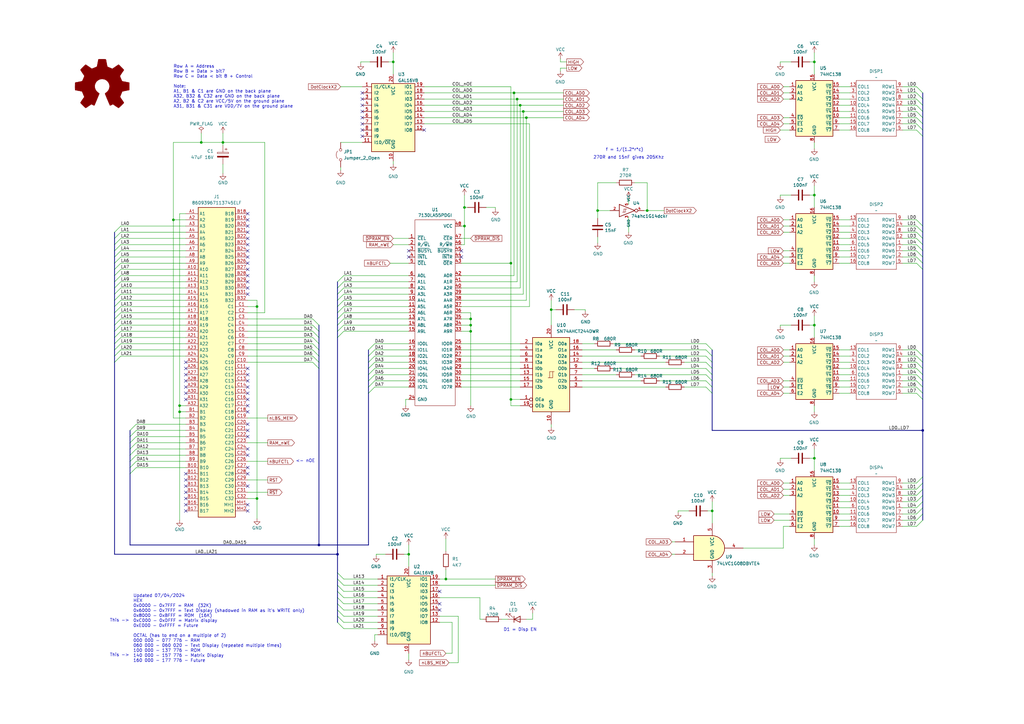
<source format=kicad_sch>
(kicad_sch (version 20231120) (generator "eeschema") (generator_version "8.0")
  (paper "A3")
  (junction (at 334.01 133.35))
  (junction (at 215.9 48.26))
  (junction (at 182.88 237.49))
  (junction (at 378.46 176.53))
  (junction (at 73.66 166.37))
  (junction (at 214.63 45.72))
  (junction (at 105.41 125.73))
  (junction (at 334.01 187.96))
  (junction (at 161.29 25.4))
  (junction (at 167.64 227.33))
  (junction (at 245.11 86.36))
  (junction (at 213.36 43.18))
  (junction (at 193.04 130.81))
  (junction (at 71.12 90.17))
  (junction (at 82.55 58.42))
  (junction (at 292.1 209.55))
  (junction (at 226.06 127))
  (junction (at 73.66 168.91))
  (junction (at 209.55 163.83))
  (junction (at 212.09 40.64))
  (junction (at 209.55 107.95))
  (junction (at 190.5 92.71))
  (junction (at 334.01 25.4))
  (junction (at 138.43 227.33))
  (junction (at 105.41 204.47))
  (junction (at 265.43 86.36))
  (junction (at 190.5 85.09))
  (junction (at 130.81 223.52))
  (junction (at 334.01 80.01))
  (junction (at 193.04 135.89))
  (junction (at 210.82 38.1))
  (junction (at 193.04 133.35))
  (junction (at 91.44 58.42))
  (no_connect (at 101.6 151.13))
  (no_connect (at 180.34 250.19))
  (no_connect (at 76.2 153.67))
  (no_connect (at 148.59 43.18))
  (no_connect (at 101.6 158.75))
  (no_connect (at 101.6 176.53))
  (no_connect (at 76.2 148.59))
  (no_connect (at 148.59 53.34))
  (no_connect (at 101.6 110.49))
  (no_connect (at 173.99 53.34))
  (no_connect (at 101.6 194.31))
  (no_connect (at 148.59 48.26))
  (no_connect (at 101.6 87.63))
  (no_connect (at 76.2 199.39))
  (no_connect (at 101.6 166.37))
  (no_connect (at 101.6 163.83))
  (no_connect (at 76.2 196.85))
  (no_connect (at 148.59 55.88))
  (no_connect (at 101.6 102.87))
  (no_connect (at 148.59 45.72))
  (no_connect (at 101.6 186.69))
  (no_connect (at 180.34 247.65))
  (no_connect (at 101.6 95.25))
  (no_connect (at 101.6 113.03))
  (no_connect (at 101.6 100.33))
  (no_connect (at 101.6 153.67))
  (no_connect (at 101.6 209.55))
  (no_connect (at 148.59 40.64))
  (no_connect (at 101.6 105.41))
  (no_connect (at 167.64 102.87))
  (no_connect (at 148.59 38.1))
  (no_connect (at 76.2 151.13))
  (no_connect (at 101.6 97.79))
  (no_connect (at 76.2 161.29))
  (no_connect (at 76.2 163.83))
  (no_connect (at 76.2 158.75))
  (no_connect (at 101.6 115.57))
  (no_connect (at 101.6 92.71))
  (no_connect (at 76.2 204.47))
  (no_connect (at 101.6 173.99))
  (no_connect (at 76.2 209.55))
  (no_connect (at 101.6 207.01))
  (no_connect (at 101.6 161.29))
  (no_connect (at 180.34 242.57))
  (no_connect (at 101.6 184.15))
  (no_connect (at 101.6 179.07))
  (no_connect (at 101.6 90.17))
  (no_connect (at 76.2 194.31))
  (no_connect (at 101.6 199.39))
  (no_connect (at 76.2 156.21))
  (no_connect (at 76.2 207.01))
  (no_connect (at 167.64 105.41))
  (no_connect (at 76.2 201.93))
  (no_connect (at 101.6 118.11))
  (no_connect (at 148.59 50.8))
  (no_connect (at 101.6 120.65))
  (no_connect (at 189.23 102.87))
  (no_connect (at 101.6 168.91))
  (no_connect (at 101.6 156.21))
  (no_connect (at 101.6 191.77))
  (no_connect (at 189.23 105.41))
  (no_connect (at 101.6 107.95))
  (bus_entry (at 153.67 153.67) (size -2.54 2.54))
  (bus_entry (at 138.43 118.11) (size 2.54 -2.54))
  (bus_entry (at 289.56 156.21) (size 2.54 2.54))
  (bus_entry (at 153.67 143.51) (size -2.54 2.54))
  (bus_entry (at 46.99 135.89) (size 2.54 -2.54))
  (bus_entry (at 138.43 138.43) (size 2.54 -2.54))
  (bus_entry (at 375.92 43.18) (size 2.54 2.54))
  (bus_entry (at 46.99 128.27) (size 2.54 -2.54))
  (bus_entry (at 289.56 153.67) (size 2.54 2.54))
  (bus_entry (at 46.99 146.05) (size 2.54 -2.54))
  (bus_entry (at 375.92 148.59) (size 2.54 2.54))
  (bus_entry (at 128.27 146.05) (size 2.54 2.54))
  (bus_entry (at 46.99 133.35) (size 2.54 -2.54))
  (bus_entry (at 375.92 50.8) (size 2.54 2.54))
  (bus_entry (at 53.34 179.07) (size 2.54 -2.54))
  (bus_entry (at 153.67 158.75) (size -2.54 2.54))
  (bus_entry (at 46.99 115.57) (size 2.54 -2.54))
  (bus_entry (at 128.27 143.51) (size 2.54 2.54))
  (bus_entry (at 375.92 40.64) (size 2.54 2.54))
  (bus_entry (at 46.99 100.33) (size 2.54 -2.54))
  (bus_entry (at 46.99 110.49) (size 2.54 -2.54))
  (bus_entry (at 375.92 158.75) (size 2.54 2.54))
  (bus_entry (at 128.27 148.59) (size 2.54 2.54))
  (bus_entry (at 46.99 95.25) (size 2.54 -2.54))
  (bus_entry (at 375.92 107.95) (size 2.54 2.54))
  (bus_entry (at 53.34 191.77) (size 2.54 -2.54))
  (bus_entry (at 46.99 102.87) (size 2.54 -2.54))
  (bus_entry (at 375.92 38.1) (size 2.54 2.54))
  (bus_entry (at 375.92 213.36) (size 2.54 -2.54))
  (bus_entry (at 375.92 210.82) (size 2.54 -2.54))
  (bus_entry (at 46.99 105.41) (size 2.54 -2.54))
  (bus_entry (at 46.99 148.59) (size 2.54 -2.54))
  (bus_entry (at 375.92 156.21) (size 2.54 2.54))
  (bus_entry (at 375.92 97.79) (size 2.54 2.54))
  (bus_entry (at 289.56 148.59) (size 2.54 2.54))
  (bus_entry (at 138.43 242.57) (size 2.54 2.54))
  (bus_entry (at 138.43 125.73) (size 2.54 -2.54))
  (bus_entry (at 289.56 146.05) (size 2.54 2.54))
  (bus_entry (at 375.92 203.2) (size 2.54 -2.54))
  (bus_entry (at 138.43 115.57) (size 2.54 -2.54))
  (bus_entry (at 153.67 146.05) (size -2.54 2.54))
  (bus_entry (at 375.92 161.29) (size 2.54 2.54))
  (bus_entry (at 46.99 120.65) (size 2.54 -2.54))
  (bus_entry (at 46.99 123.19) (size 2.54 -2.54))
  (bus_entry (at 375.92 45.72) (size 2.54 2.54))
  (bus_entry (at 375.92 100.33) (size 2.54 2.54))
  (bus_entry (at 53.34 194.31) (size 2.54 -2.54))
  (bus_entry (at 138.43 250.19) (size 2.54 2.54))
  (bus_entry (at 375.92 143.51) (size 2.54 2.54))
  (bus_entry (at 375.92 200.66) (size 2.54 -2.54))
  (bus_entry (at 375.92 146.05) (size 2.54 2.54))
  (bus_entry (at 53.34 186.69) (size 2.54 -2.54))
  (bus_entry (at 375.92 215.9) (size 2.54 -2.54))
  (bus_entry (at 138.43 234.95) (size 2.54 2.54))
  (bus_entry (at 128.27 140.97) (size 2.54 2.54))
  (bus_entry (at 153.67 151.13) (size -2.54 2.54))
  (bus_entry (at 138.43 120.65) (size 2.54 -2.54))
  (bus_entry (at 128.27 135.89) (size 2.54 2.54))
  (bus_entry (at 53.34 176.53) (size 2.54 -2.54))
  (bus_entry (at 375.92 198.12) (size 2.54 -2.54))
  (bus_entry (at 138.43 247.65) (size 2.54 2.54))
  (bus_entry (at 53.34 181.61) (size 2.54 -2.54))
  (bus_entry (at 138.43 123.19) (size 2.54 -2.54))
  (bus_entry (at 46.99 107.95) (size 2.54 -2.54))
  (bus_entry (at 138.43 240.03) (size 2.54 2.54))
  (bus_entry (at 375.92 92.71) (size 2.54 2.54))
  (bus_entry (at 128.27 133.35) (size 2.54 2.54))
  (bus_entry (at 46.99 143.51) (size 2.54 -2.54))
  (bus_entry (at 128.27 130.81) (size 2.54 2.54))
  (bus_entry (at 46.99 97.79) (size 2.54 -2.54))
  (bus_entry (at 289.56 143.51) (size 2.54 2.54))
  (bus_entry (at 375.92 53.34) (size 2.54 2.54))
  (bus_entry (at 375.92 208.28) (size 2.54 -2.54))
  (bus_entry (at 138.43 130.81) (size 2.54 -2.54))
  (bus_entry (at 46.99 140.97) (size 2.54 -2.54))
  (bus_entry (at 138.43 128.27) (size 2.54 -2.54))
  (bus_entry (at 138.43 245.11) (size 2.54 2.54))
  (bus_entry (at 46.99 125.73) (size 2.54 -2.54))
  (bus_entry (at 46.99 118.11) (size 2.54 -2.54))
  (bus_entry (at 375.92 205.74) (size 2.54 -2.54))
  (bus_entry (at 153.67 148.59) (size -2.54 2.54))
  (bus_entry (at 375.92 95.25) (size 2.54 2.54))
  (bus_entry (at 153.67 156.21) (size -2.54 2.54))
  (bus_entry (at 138.43 237.49) (size 2.54 2.54))
  (bus_entry (at 53.34 189.23) (size 2.54 -2.54))
  (bus_entry (at 153.67 140.97) (size -2.54 2.54))
  (bus_entry (at 53.34 184.15) (size 2.54 -2.54))
  (bus_entry (at 289.56 158.75) (size 2.54 2.54))
  (bus_entry (at 138.43 135.89) (size 2.54 -2.54))
  (bus_entry (at 289.56 151.13) (size 2.54 2.54))
  (bus_entry (at 375.92 102.87) (size 2.54 2.54))
  (bus_entry (at 138.43 252.73) (size 2.54 2.54))
  (bus_entry (at 375.92 35.56) (size 2.54 2.54))
  (bus_entry (at 375.92 153.67) (size 2.54 2.54))
  (bus_entry (at 46.99 130.81) (size 2.54 -2.54))
  (bus_entry (at 138.43 133.35) (size 2.54 -2.54))
  (bus_entry (at 375.92 48.26) (size 2.54 2.54))
  (bus_entry (at 375.92 90.17) (size 2.54 2.54))
  (bus_entry (at 289.56 140.97) (size 2.54 2.54))
  (bus_entry (at 46.99 138.43) (size 2.54 -2.54))
  (bus_entry (at 46.99 113.03) (size 2.54 -2.54))
  (bus_entry (at 128.27 138.43) (size 2.54 2.54))
  (bus_entry (at 138.43 255.27) (size 2.54 2.54))
  (bus_entry (at 375.92 151.13) (size 2.54 2.54))
  (bus_entry (at 375.92 105.41) (size 2.54 2.54))
  (wire (pts (xy 320.04 25.4) (xy 320.04 26.035)))
  (bus (pts (xy 151.13 146.05) (xy 151.13 148.59)))
  (wire (pts (xy 370.205 107.95) (xy 375.92 107.95)))
  (bus (pts (xy 378.46 203.2) (xy 378.46 200.66)))
  (wire (pts (xy 344.17 43.18) (xy 348.615 43.18)))
  (wire (pts (xy 370.205 50.8) (xy 375.92 50.8)))
  (wire (pts (xy 245.11 97.155) (xy 245.11 99.695)))
  (wire (pts (xy 321.31 102.87) (xy 323.85 102.87)))
  (bus (pts (xy 378.46 107.95) (xy 378.46 110.49)))
  (wire (pts (xy 344.17 107.95) (xy 348.615 107.95)))
  (bus (pts (xy 378.46 97.79) (xy 378.46 100.33)))
  (wire (pts (xy 344.17 48.26) (xy 348.615 48.26)))
  (wire (pts (xy 140.97 130.81) (xy 167.64 130.81)))
  (bus (pts (xy 46.99 125.73) (xy 46.99 128.27)))
  (wire (pts (xy 270.51 156.21) (xy 289.56 156.21)))
  (wire (pts (xy 180.34 245.11) (xy 196.85 245.11)))
  (wire (pts (xy 260.35 143.51) (xy 289.56 143.51)))
  (wire (pts (xy 139.7 68.58) (xy 139.7 69.85)))
  (wire (pts (xy 140.97 128.27) (xy 167.64 128.27)))
  (wire (pts (xy 332.105 133.35) (xy 334.01 133.35)))
  (wire (pts (xy 344.17 203.2) (xy 348.615 203.2)))
  (wire (pts (xy 147.955 25.4) (xy 147.955 26.035)))
  (bus (pts (xy 378.46 200.66) (xy 378.46 198.12)))
  (wire (pts (xy 344.17 100.33) (xy 348.615 100.33)))
  (wire (pts (xy 344.17 148.59) (xy 348.615 148.59)))
  (bus (pts (xy 53.34 181.61) (xy 53.34 184.15)))
  (wire (pts (xy 161.29 25.4) (xy 161.29 21.59)))
  (wire (pts (xy 182.88 233.68) (xy 182.88 237.49)))
  (wire (pts (xy 189.23 113.03) (xy 210.82 113.03)))
  (wire (pts (xy 229.87 25.4) (xy 229.87 24.13)))
  (wire (pts (xy 167.64 267.97) (xy 167.64 270.51)))
  (wire (pts (xy 49.53 115.57) (xy 76.2 115.57)))
  (wire (pts (xy 320.04 53.34) (xy 323.85 53.34)))
  (bus (pts (xy 378.46 95.25) (xy 378.46 97.79)))
  (wire (pts (xy 370.205 40.64) (xy 375.92 40.64)))
  (wire (pts (xy 344.17 38.1) (xy 348.615 38.1)))
  (bus (pts (xy 138.43 120.65) (xy 138.43 123.19)))
  (wire (pts (xy 189.23 146.05) (xy 213.36 146.05)))
  (wire (pts (xy 73.66 166.37) (xy 73.66 168.91)))
  (wire (pts (xy 344.17 215.9) (xy 348.615 215.9)))
  (wire (pts (xy 167.64 227.33) (xy 167.64 223.52)))
  (bus (pts (xy 53.34 184.15) (xy 53.34 186.69)))
  (wire (pts (xy 370.205 210.82) (xy 375.92 210.82)))
  (wire (pts (xy 101.6 204.47) (xy 105.41 204.47)))
  (bus (pts (xy 378.46 102.87) (xy 378.46 105.41)))
  (bus (pts (xy 138.43 252.73) (xy 138.43 255.27)))
  (wire (pts (xy 344.17 158.75) (xy 348.615 158.75)))
  (wire (pts (xy 321.31 48.26) (xy 323.85 48.26)))
  (wire (pts (xy 167.64 232.41) (xy 167.64 227.33)))
  (wire (pts (xy 238.76 140.97) (xy 243.84 140.97)))
  (wire (pts (xy 190.5 85.09) (xy 191.77 85.09)))
  (wire (pts (xy 140.97 240.03) (xy 154.94 240.03)))
  (wire (pts (xy 210.82 113.03) (xy 210.82 38.1)))
  (wire (pts (xy 370.205 161.29) (xy 375.92 161.29)))
  (bus (pts (xy 53.34 176.53) (xy 53.34 179.07)))
  (bus (pts (xy 378.46 146.05) (xy 378.46 148.59)))
  (wire (pts (xy 232.41 27.94) (xy 229.87 27.94)))
  (wire (pts (xy 140.97 257.81) (xy 154.94 257.81)))
  (wire (pts (xy 317.5 210.82) (xy 323.85 210.82)))
  (wire (pts (xy 55.88 189.23) (xy 76.2 189.23)))
  (wire (pts (xy 210.82 38.1) (xy 231.14 38.1)))
  (bus (pts (xy 378.46 158.75) (xy 378.46 161.29)))
  (wire (pts (xy 49.53 130.81) (xy 76.2 130.81)))
  (wire (pts (xy 370.205 90.17) (xy 375.92 90.17)))
  (wire (pts (xy 218.44 251.46) (xy 218.44 254)))
  (bus (pts (xy 53.34 194.31) (xy 53.34 223.52)))
  (bus (pts (xy 378.46 48.26) (xy 378.46 50.8)))
  (wire (pts (xy 334.01 187.96) (xy 334.01 184.15)))
  (wire (pts (xy 213.36 118.11) (xy 189.23 118.11)))
  (wire (pts (xy 321.31 198.12) (xy 323.85 198.12)))
  (wire (pts (xy 71.12 171.45) (xy 71.12 90.17)))
  (bus (pts (xy 46.99 130.81) (xy 46.99 133.35)))
  (wire (pts (xy 260.35 74.93) (xy 265.43 74.93)))
  (wire (pts (xy 159.385 25.4) (xy 161.29 25.4)))
  (bus (pts (xy 138.43 237.49) (xy 138.43 240.03)))
  (wire (pts (xy 49.53 133.35) (xy 76.2 133.35)))
  (wire (pts (xy 370.205 205.74) (xy 375.92 205.74)))
  (wire (pts (xy 370.205 95.25) (xy 375.92 95.25)))
  (wire (pts (xy 370.205 92.71) (xy 375.92 92.71)))
  (bus (pts (xy 138.43 245.11) (xy 138.43 247.65)))
  (wire (pts (xy 212.09 40.64) (xy 231.14 40.64)))
  (wire (pts (xy 370.205 158.75) (xy 375.92 158.75)))
  (wire (pts (xy 158.115 227.33) (xy 154.305 227.33)))
  (wire (pts (xy 321.31 35.56) (xy 323.85 35.56)))
  (bus (pts (xy 151.13 153.67) (xy 151.13 156.21)))
  (wire (pts (xy 278.13 209.55) (xy 278.13 210.185)))
  (wire (pts (xy 71.12 58.42) (xy 82.55 58.42)))
  (bus (pts (xy 378.46 161.29) (xy 378.46 163.83)))
  (wire (pts (xy 370.205 200.66) (xy 375.92 200.66)))
  (wire (pts (xy 167.64 148.59) (xy 153.67 148.59)))
  (wire (pts (xy 189.23 128.27) (xy 193.04 128.27)))
  (wire (pts (xy 199.39 85.09) (xy 203.2 85.09)))
  (wire (pts (xy 324.485 133.35) (xy 320.04 133.35)))
  (wire (pts (xy 189.23 130.81) (xy 193.04 130.81)))
  (wire (pts (xy 334.01 80.01) (xy 334.01 76.2)))
  (wire (pts (xy 215.9 48.26) (xy 231.14 48.26)))
  (wire (pts (xy 105.41 125.73) (xy 105.41 204.47)))
  (wire (pts (xy 334.01 25.4) (xy 334.01 21.59)))
  (wire (pts (xy 321.31 38.1) (xy 323.85 38.1)))
  (wire (pts (xy 55.88 191.77) (xy 76.2 191.77)))
  (wire (pts (xy 321.31 158.75) (xy 323.85 158.75)))
  (bus (pts (xy 46.99 118.11) (xy 46.99 120.65)))
  (bus (pts (xy 138.43 130.81) (xy 138.43 133.35)))
  (wire (pts (xy 251.46 140.97) (xy 289.56 140.97)))
  (bus (pts (xy 130.81 146.05) (xy 130.81 148.59)))
  (wire (pts (xy 320.04 133.35) (xy 320.04 133.985)))
  (wire (pts (xy 187.96 271.78) (xy 184.15 271.78)))
  (wire (pts (xy 238.76 158.75) (xy 273.05 158.75)))
  (wire (pts (xy 173.99 50.8) (xy 217.17 50.8)))
  (wire (pts (xy 76.2 171.45) (xy 71.12 171.45)))
  (wire (pts (xy 215.9 254) (xy 218.44 254)))
  (wire (pts (xy 165.735 227.33) (xy 167.64 227.33)))
  (wire (pts (xy 275.59 222.25) (xy 276.86 222.25)))
  (wire (pts (xy 189.23 140.97) (xy 213.36 140.97)))
  (wire (pts (xy 292.1 209.55) (xy 292.1 205.74)))
  (wire (pts (xy 250.19 86.36) (xy 245.11 86.36)))
  (wire (pts (xy 370.205 203.2) (xy 375.92 203.2)))
  (bus (pts (xy 292.1 148.59) (xy 292.1 151.13)))
  (wire (pts (xy 101.6 189.23) (xy 109.855 189.23)))
  (wire (pts (xy 140.97 123.19) (xy 167.64 123.19)))
  (wire (pts (xy 140.97 133.35) (xy 167.64 133.35)))
  (wire (pts (xy 334.01 138.43) (xy 334.01 133.35)))
  (wire (pts (xy 215.9 123.19) (xy 189.23 123.19)))
  (wire (pts (xy 180.34 252.73) (xy 187.96 252.73)))
  (wire (pts (xy 167.64 146.05) (xy 153.67 146.05)))
  (wire (pts (xy 167.64 151.13) (xy 153.67 151.13)))
  (wire (pts (xy 185.42 267.97) (xy 182.88 267.97)))
  (wire (pts (xy 105.41 123.19) (xy 105.41 125.73)))
  (wire (pts (xy 196.85 245.11) (xy 196.85 254)))
  (wire (pts (xy 189.23 143.51) (xy 213.36 143.51)))
  (wire (pts (xy 334.01 85.09) (xy 334.01 80.01)))
  (wire (pts (xy 193.04 135.89) (xy 193.04 166.37)))
  (wire (pts (xy 151.765 25.4) (xy 147.955 25.4)))
  (wire (pts (xy 49.53 110.49) (xy 76.2 110.49)))
  (bus (pts (xy 151.13 156.21) (xy 151.13 158.75)))
  (wire (pts (xy 370.205 156.21) (xy 375.92 156.21)))
  (bus (pts (xy 46.99 135.89) (xy 46.99 138.43)))
  (wire (pts (xy 235.585 127) (xy 240.03 127)))
  (wire (pts (xy 82.55 58.42) (xy 82.55 54.61)))
  (bus (pts (xy 151.13 148.59) (xy 151.13 151.13)))
  (wire (pts (xy 187.96 252.73) (xy 187.96 271.78)))
  (bus (pts (xy 46.99 227.33) (xy 138.43 227.33)))
  (wire (pts (xy 320.04 80.01) (xy 320.04 80.645)))
  (bus (pts (xy 138.43 125.73) (xy 138.43 128.27)))
  (bus (pts (xy 130.81 133.35) (xy 130.81 135.89)))
  (bus (pts (xy 292.1 151.13) (xy 292.1 153.67)))
  (bus (pts (xy 46.99 120.65) (xy 46.99 123.19)))
  (wire (pts (xy 321.31 156.21) (xy 323.85 156.21)))
  (wire (pts (xy 272.415 86.36) (xy 265.43 86.36)))
  (wire (pts (xy 252.73 74.93) (xy 245.11 74.93)))
  (wire (pts (xy 370.205 38.1) (xy 375.92 38.1)))
  (wire (pts (xy 370.205 45.72) (xy 375.92 45.72)))
  (wire (pts (xy 161.29 100.33) (xy 167.64 100.33)))
  (wire (pts (xy 370.205 53.34) (xy 375.92 53.34)))
  (wire (pts (xy 49.53 95.25) (xy 76.2 95.25)))
  (wire (pts (xy 344.17 161.29) (xy 348.615 161.29)))
  (wire (pts (xy 55.88 176.53) (xy 76.2 176.53)))
  (wire (pts (xy 91.44 58.42) (xy 108.585 58.42)))
  (wire (pts (xy 140.97 237.49) (xy 154.94 237.49)))
  (bus (pts (xy 378.46 148.59) (xy 378.46 151.13)))
  (wire (pts (xy 55.88 186.69) (xy 76.2 186.69)))
  (wire (pts (xy 344.17 213.36) (xy 348.615 213.36)))
  (bus (pts (xy 138.43 133.35) (xy 138.43 135.89)))
  (wire (pts (xy 240.03 127) (xy 240.03 127.635)))
  (wire (pts (xy 140.97 135.89) (xy 167.64 135.89)))
  (wire (pts (xy 209.55 166.37) (xy 209.55 163.83)))
  (bus (pts (xy 378.46 156.21) (xy 378.46 158.75)))
  (bus (pts (xy 130.81 143.51) (xy 130.81 146.05)))
  (wire (pts (xy 49.53 138.43) (xy 76.2 138.43)))
  (bus (pts (xy 46.99 110.49) (xy 46.99 113.03)))
  (wire (pts (xy 101.6 123.19) (xy 105.41 123.19)))
  (wire (pts (xy 185.42 255.27) (xy 185.42 267.97)))
  (bus (pts (xy 292.1 176.53) (xy 378.46 176.53)))
  (wire (pts (xy 257.81 88.9) (xy 257.81 95.25)))
  (bus (pts (xy 138.43 123.19) (xy 138.43 125.73)))
  (bus (pts (xy 151.13 151.13) (xy 151.13 153.67)))
  (bus (pts (xy 378.46 53.34) (xy 378.46 55.88)))
  (wire (pts (xy 332.105 187.96) (xy 334.01 187.96)))
  (bus (pts (xy 46.99 100.33) (xy 46.99 102.87)))
  (wire (pts (xy 370.205 208.28) (xy 375.92 208.28)))
  (wire (pts (xy 344.17 35.56) (xy 348.615 35.56)))
  (wire (pts (xy 217.17 50.8) (xy 217.17 125.73)))
  (wire (pts (xy 226.06 173.99) (xy 226.06 175.26)))
  (wire (pts (xy 370.205 100.33) (xy 375.92 100.33)))
  (wire (pts (xy 290.195 209.55) (xy 292.1 209.55)))
  (wire (pts (xy 140.97 118.11) (xy 167.64 118.11)))
  (wire (pts (xy 344.17 97.79) (xy 348.615 97.79)))
  (wire (pts (xy 321.31 90.17) (xy 323.85 90.17)))
  (wire (pts (xy 265.43 86.36) (xy 264.16 86.36)))
  (wire (pts (xy 370.205 35.56) (xy 375.92 35.56)))
  (wire (pts (xy 189.23 156.21) (xy 213.36 156.21)))
  (wire (pts (xy 334.01 193.04) (xy 334.01 187.96)))
  (bus (pts (xy 138.43 250.19) (xy 138.43 252.73)))
  (bus (pts (xy 292.1 146.05) (xy 292.1 148.59)))
  (wire (pts (xy 196.85 254) (xy 198.12 254)))
  (wire (pts (xy 91.44 58.42) (xy 91.44 59.69)))
  (wire (pts (xy 55.88 184.15) (xy 76.2 184.15)))
  (wire (pts (xy 370.205 153.67) (xy 375.92 153.67)))
  (wire (pts (xy 180.34 237.49) (xy 182.88 237.49)))
  (bus (pts (xy 138.43 234.95) (xy 138.43 237.49)))
  (bus (pts (xy 292.1 153.67) (xy 292.1 156.21)))
  (wire (pts (xy 140.97 247.65) (xy 154.94 247.65)))
  (wire (pts (xy 189.23 148.59) (xy 213.36 148.59)))
  (wire (pts (xy 161.29 66.04) (xy 161.29 67.31)))
  (wire (pts (xy 213.36 43.18) (xy 231.14 43.18)))
  (wire (pts (xy 140.97 250.19) (xy 154.94 250.19)))
  (wire (pts (xy 190.5 92.71) (xy 189.23 92.71)))
  (bus (pts (xy 378.46 105.41) (xy 378.46 107.95)))
  (wire (pts (xy 282.575 209.55) (xy 278.13 209.55)))
  (wire (pts (xy 182.88 237.49) (xy 203.2 237.49)))
  (wire (pts (xy 226.06 127) (xy 226.06 133.35)))
  (wire (pts (xy 245.11 86.36) (xy 245.11 89.535)))
  (wire (pts (xy 101.6 130.81) (xy 128.27 130.81)))
  (wire (pts (xy 101.6 146.05) (xy 128.27 146.05)))
  (wire (pts (xy 334.01 133.35) (xy 334.01 129.54)))
  (wire (pts (xy 209.55 35.56) (xy 209.55 107.95)))
  (bus (pts (xy 46.99 107.95) (xy 46.99 110.49)))
  (wire (pts (xy 166.37 166.37) (xy 166.37 163.83)))
  (bus (pts (xy 378.46 110.49) (xy 378.46 146.05)))
  (wire (pts (xy 370.205 215.9) (xy 375.92 215.9)))
  (bus (pts (xy 46.99 128.27) (xy 46.99 130.81)))
  (wire (pts (xy 280.67 158.75) (xy 289.56 158.75)))
  (wire (pts (xy 101.6 138.43) (xy 128.27 138.43)))
  (wire (pts (xy 49.53 100.33) (xy 76.2 100.33)))
  (wire (pts (xy 257.81 81.28) (xy 257.81 83.82)))
  (bus (pts (xy 151.13 158.75) (xy 151.13 161.29)))
  (wire (pts (xy 227.965 127) (xy 226.06 127)))
  (wire (pts (xy 214.63 45.72) (xy 214.63 120.65)))
  (wire (pts (xy 324.485 187.96) (xy 320.04 187.96)))
  (wire (pts (xy 55.88 179.07) (xy 76.2 179.07)))
  (wire (pts (xy 140.97 125.73) (xy 167.64 125.73)))
  (bus (pts (xy 378.46 205.74) (xy 378.46 203.2)))
  (wire (pts (xy 232.41 25.4) (xy 229.87 25.4)))
  (bus (pts (xy 46.99 143.51) (xy 46.99 146.05)))
  (bus (pts (xy 378.46 151.13) (xy 378.46 153.67)))
  (wire (pts (xy 101.6 196.85) (xy 109.855 196.85)))
  (wire (pts (xy 101.6 135.89) (xy 128.27 135.89)))
  (wire (pts (xy 265.43 74.93) (xy 265.43 86.36)))
  (wire (pts (xy 332.105 80.01) (xy 334.01 80.01)))
  (bus (pts (xy 138.43 242.57) (xy 138.43 245.11)))
  (wire (pts (xy 193.04 128.27) (xy 193.04 130.81)))
  (bus (pts (xy 130.81 148.59) (xy 130.81 151.13)))
  (bus (pts (xy 378.46 153.67) (xy 378.46 156.21)))
  (wire (pts (xy 173.99 43.18) (xy 213.36 43.18)))
  (wire (pts (xy 344.17 50.8) (xy 348.615 50.8)))
  (wire (pts (xy 105.41 204.47) (xy 105.41 212.725)))
  (wire (pts (xy 49.53 120.65) (xy 76.2 120.65)))
  (wire (pts (xy 101.6 143.51) (xy 128.27 143.51)))
  (bus (pts (xy 378.46 40.64) (xy 378.46 43.18)))
  (bus (pts (xy 378.46 43.18) (xy 378.46 45.72)))
  (wire (pts (xy 321.31 161.29) (xy 323.85 161.29)))
  (wire (pts (xy 214.63 45.72) (xy 231.14 45.72)))
  (wire (pts (xy 189.23 133.35) (xy 193.04 133.35)))
  (wire (pts (xy 73.66 168.91) (xy 76.2 168.91)))
  (wire (pts (xy 190.5 100.33) (xy 190.5 92.71)))
  (wire (pts (xy 193.04 130.81) (xy 193.04 133.35)))
  (wire (pts (xy 49.53 102.87) (xy 76.2 102.87)))
  (wire (pts (xy 182.88 220.98) (xy 182.88 226.06)))
  (wire (pts (xy 238.76 156.21) (xy 262.89 156.21)))
  (wire (pts (xy 209.55 107.95) (xy 209.55 163.83)))
  (bus (pts (xy 378.46 50.8) (xy 378.46 53.34)))
  (wire (pts (xy 324.485 25.4) (xy 320.04 25.4)))
  (wire (pts (xy 55.88 173.99) (xy 76.2 173.99)))
  (bus (pts (xy 46.99 146.05) (xy 46.99 148.59)))
  (wire (pts (xy 190.5 85.09) (xy 190.5 92.71)))
  (wire (pts (xy 344.17 198.12) (xy 348.615 198.12)))
  (bus (pts (xy 138.43 227.33) (xy 138.43 234.95)))
  (bus (pts (xy 46.99 123.19) (xy 46.99 125.73)))
  (wire (pts (xy 108.585 58.42) (xy 108.585 128.27)))
  (wire (pts (xy 344.17 53.34) (xy 348.615 53.34)))
  (wire (pts (xy 49.53 105.41) (xy 76.2 105.41)))
  (bus (pts (xy 53.34 223.52) (xy 130.81 223.52)))
  (wire (pts (xy 321.31 224.79) (xy 304.8 224.79)))
  (wire (pts (xy 167.64 140.97) (xy 153.67 140.97)))
  (wire (pts (xy 370.205 148.59) (xy 375.92 148.59)))
  (wire (pts (xy 140.97 115.57) (xy 167.64 115.57)))
  (bus (pts (xy 46.99 148.59) (xy 46.99 227.33)))
  (wire (pts (xy 189.23 97.79) (xy 193.04 97.79)))
  (wire (pts (xy 153.67 262.89) (xy 153.67 260.35)))
  (bus (pts (xy 138.43 247.65) (xy 138.43 250.19)))
  (bus (pts (xy 292.1 156.21) (xy 292.1 158.75)))
  (wire (pts (xy 292.1 234.95) (xy 292.1 236.22)))
  (bus (pts (xy 378.46 210.82) (xy 378.46 208.28)))
  (wire (pts (xy 73.66 87.63) (xy 73.66 166.37)))
  (wire (pts (xy 101.6 201.93) (xy 109.855 201.93)))
  (wire (pts (xy 166.37 163.83) (xy 167.64 163.83)))
  (bus (pts (xy 138.43 115.57) (xy 138.43 118.11)))
  (wire (pts (xy 344.17 210.82) (xy 348.615 210.82)))
  (wire (pts (xy 55.88 181.61) (xy 76.2 181.61)))
  (wire (pts (xy 321.31 40.64) (xy 323.85 40.64)))
  (wire (pts (xy 321.31 105.41) (xy 323.85 105.41)))
  (wire (pts (xy 71.12 90.17) (xy 71.12 58.42)))
  (wire (pts (xy 49.53 125.73) (xy 76.2 125.73)))
  (wire (pts (xy 173.99 45.72) (xy 214.63 45.72)))
  (wire (pts (xy 161.29 30.48) (xy 161.29 25.4)))
  (wire (pts (xy 370.205 151.13) (xy 375.92 151.13)))
  (wire (pts (xy 189.23 115.57) (xy 212.09 115.57)))
  (wire (pts (xy 49.53 92.71) (xy 76.2 92.71)))
  (wire (pts (xy 91.44 58.42) (xy 82.55 58.42)))
  (wire (pts (xy 140.97 242.57) (xy 154.94 242.57)))
  (wire (pts (xy 140.97 255.27) (xy 154.94 255.27)))
  (bus (pts (xy 151.13 143.51) (xy 151.13 146.05)))
  (wire (pts (xy 208.28 254) (xy 205.74 254)))
  (wire (pts (xy 370.205 213.36) (xy 375.92 213.36)))
  (wire (pts (xy 370.205 43.18) (xy 375.92 43.18)))
  (wire (pts (xy 245.11 74.93) (xy 245.11 86.36)))
  (wire (pts (xy 344.17 151.13) (xy 348.615 151.13)))
  (wire (pts (xy 344.17 40.64) (xy 348.615 40.64)))
  (wire (pts (xy 226.06 127) (xy 226.06 123.19)))
  (bus (pts (xy 292.1 143.51) (xy 292.1 146.05)))
  (wire (pts (xy 321.31 107.95) (xy 323.85 107.95)))
  (wire (pts (xy 344.17 90.17) (xy 348.615 90.17)))
  (wire (pts (xy 140.97 252.73) (xy 154.94 252.73)))
  (wire (pts (xy 101.6 171.45) (xy 109.855 171.45)))
  (wire (pts (xy 190.5 80.01) (xy 190.5 85.09)))
  (wire (pts (xy 49.53 128.27) (xy 76.2 128.27)))
  (bus (pts (xy 46.99 113.03) (xy 46.99 115.57)))
  (wire (pts (xy 238.76 143.51) (xy 252.73 143.51)))
  (wire (pts (xy 189.23 153.67) (xy 213.36 153.67)))
  (wire (pts (xy 214.63 120.65) (xy 189.23 120.65)))
  (wire (pts (xy 49.53 113.03) (xy 76.2 113.03)))
  (wire (pts (xy 334.01 30.48) (xy 334.01 25.4)))
  (wire (pts (xy 101.6 148.59) (xy 128.27 148.59)))
  (wire (pts (xy 370.205 48.26) (xy 375.92 48.26)))
  (wire (pts (xy 76.2 90.17) (xy 71.12 90.17)))
  (wire (pts (xy 370.205 105.41) (xy 375.92 105.41)))
  (wire (pts (xy 91.44 58.42) (xy 91.44 54.61)))
  (wire (pts (xy 344.17 205.74) (xy 348.615 205.74)))
  (wire (pts (xy 238.76 146.05) (xy 262.89 146.05)))
  (wire (pts (xy 321.31 95.25) (xy 323.85 95.25)))
  (bus (pts (xy 292.1 158.75) (xy 292.1 161.29)))
  (wire (pts (xy 209.55 166.37) (xy 213.36 166.37)))
  (wire (pts (xy 344.17 208.28) (xy 348.615 208.28)))
  (bus (pts (xy 378.46 92.71) (xy 378.46 95.25)))
  (wire (pts (xy 153.67 260.35) (xy 154.94 260.35)))
  (bus (pts (xy 130.81 140.97) (xy 130.81 143.51)))
  (wire (pts (xy 140.97 120.65) (xy 167.64 120.65)))
  (bus (pts (xy 138.43 135.89) (xy 138.43 138.43)))
  (bus (pts (xy 292.1 161.29) (xy 292.1 176.53)))
  (wire (pts (xy 320.04 187.96) (xy 320.04 188.595)))
  (wire (pts (xy 280.67 148.59) (xy 289.56 148.59)))
  (bus (pts (xy 130.81 138.43) (xy 130.81 140.97)))
  (wire (pts (xy 160.02 107.95) (xy 167.64 107.95)))
  (wire (pts (xy 167.64 156.21) (xy 153.67 156.21)))
  (wire (pts (xy 344.17 200.66) (xy 348.615 200.66)))
  (wire (pts (xy 212.09 40.64) (xy 173.99 40.64)))
  (wire (pts (xy 344.17 92.71) (xy 348.615 92.71)))
  (wire (pts (xy 167.64 153.67) (xy 153.67 153.67)))
  (bus (pts (xy 378.46 213.36) (xy 378.46 210.82)))
  (bus (pts (xy 378.46 176.53) (xy 378.46 195.58)))
  (wire (pts (xy 334.01 220.98) (xy 334.01 223.52)))
  (bus (pts (xy 378.46 163.83) (xy 378.46 176.53)))
  (bus (pts (xy 130.81 135.89) (xy 130.81 138.43)))
  (wire (pts (xy 344.17 143.51) (xy 348.615 143.51)))
  (bus (pts (xy 378.46 100.33) (xy 378.46 102.87)))
  (wire (pts (xy 203.2 85.09) (xy 203.2 85.725)))
  (wire (pts (xy 321.31 215.9) (xy 321.31 224.79)))
  (wire (pts (xy 49.53 135.89) (xy 76.2 135.89)))
  (wire (pts (xy 334.01 58.42) (xy 334.01 60.96)))
  (wire (pts (xy 238.76 153.67) (xy 252.73 153.67)))
  (wire (pts (xy 101.6 140.97) (xy 128.27 140.97)))
  (wire (pts (xy 213.36 43.18) (xy 213.36 118.11)))
  (bus (pts (xy 378.46 45.72) (xy 378.46 48.26)))
  (bus (pts (xy 378.46 38.1) (xy 378.46 40.64)))
  (wire (pts (xy 344.17 45.72) (xy 348.615 45.72)))
  (wire (pts (xy 321.31 92.71) (xy 323.85 92.71)))
  (bus (pts (xy 46.99 133.35) (xy 46.99 135.89)))
  (wire (pts (xy 173.99 48.26) (xy 215.9 48.26)))
  (wire (pts (xy 140.97 113.03) (xy 167.64 113.03)))
  (wire (pts (xy 217.17 125.73) (xy 189.23 125.73)))
  (wire (pts (xy 101.6 125.73) (xy 105.41 125.73)))
  (wire (pts (xy 189.23 151.13) (xy 213.36 151.13)))
  (bus (pts (xy 53.34 179.07) (xy 53.34 181.61)))
  (wire (pts (xy 161.29 97.79) (xy 167.64 97.79)))
  (wire (pts (xy 321.31 148.59) (xy 323.85 148.59)))
  (wire (pts (xy 238.76 148.59) (xy 273.05 148.59)))
  (wire (pts (xy 344.17 95.25) (xy 348.615 95.25)))
  (wire (pts (xy 370.205 143.51) (xy 375.92 143.51)))
  (wire (pts (xy 370.205 102.87) (xy 375.92 102.87)))
  (wire (pts (xy 139.7 35.56) (xy 148.59 35.56)))
  (wire (pts (xy 189.23 100.33) (xy 190.5 100.33)))
  (bus (pts (xy 378.46 198.12) (xy 378.46 195.58)))
  (bus (pts (xy 46.99 140.97) (xy 46.99 143.51)))
  (bus (pts (xy 138.43 240.03) (xy 138.43 242.57)))
  (wire (pts (xy 321.31 200.66) (xy 323.85 200.66)))
  (wire (pts (xy 49.53 97.79) (xy 76.2 97.79)))
  (wire (pts (xy 139.7 58.42) (xy 148.59 58.42)))
  (wire (pts (xy 209.55 163.83) (xy 213.36 163.83)))
  (wire (pts (xy 49.53 107.95) (xy 76.2 107.95)))
  (wire (pts (xy 167.64 143.51) (xy 153.67 143.51)))
  (wire (pts (xy 91.44 67.31) (xy 91.44 71.12)))
  (bus (pts (xy 151.13 223.52) (xy 130.81 223.52)))
  (wire (pts (xy 76.2 166.37) (xy 73.66 166.37)))
  (bus (pts (xy 138.43 128.27) (xy 138.43 130.81)))
  (wire (pts (xy 49.53 146.05) (xy 76.2 146.05)))
  (wire (pts (xy 108.585 128.27) (xy 101.6 128.27)))
  (wire (pts (xy 323.85 215.9) (xy 321.31 215.9)))
  (wire (pts (xy 370.205 198.12) (xy 375.92 198.12)))
  (wire (pts (xy 317.5 213.36) (xy 323.85 213.36)))
  (wire (pts (xy 344.17 146.05) (xy 348.615 146.05)))
  (bus (pts (xy 138.43 138.43) (xy 138.43 227.33)))
  (wire (pts (xy 180.34 255.27) (xy 185.42 255.27)))
  (wire (pts (xy 140.97 245.11) (xy 154.94 245.11)))
  (wire (pts (xy 334.01 166.37) (xy 334.01 168.91)))
  (bus (pts (xy 53.34 189.23) (xy 53.34 191.77)))
  (bus (pts (xy 46.99 95.25) (xy 46.99 97.79)))
  (wire (pts (xy 321.31 146.05) (xy 323.85 146.05)))
  (bus (pts (xy 151.13 161.29) (xy 151.13 223.52)))
  (bus (pts (xy 46.99 105.41) (xy 46.99 107.95)))
  (bus (pts (xy 46.99 138.43) (xy 46.99 140.97)))
  (wire (pts (xy 49.53 140.97) (xy 76.2 140.97)))
  (wire (pts (xy 344.17 156.21) (xy 348.615 156.21)))
  (bus (pts (xy 378.46 208.28) (xy 378.46 205.74)))
  (wire (pts (xy 180.34 240.03) (xy 203.2 240.03)))
  (bus (pts (xy 130.81 151.13) (xy 130.81 223.52)))
  (wire (pts (xy 324.485 80.01) (xy 320.04 80.01)))
  (bus (pts (xy 138.43 118.11) (xy 138.43 120.65)))
  (wire (pts (xy 229.87 27.94) (xy 229.87 29.21)))
  (bus (pts (xy 46.99 102.87) (xy 46.99 105.41)))
  (wire (pts (xy 215.9 48.26) (xy 215.9 123.19)))
  (wire (pts (xy 251.46 151.13) (xy 289.56 151.13)))
  (wire (pts (xy 321.31 50.8) (xy 323.85 50.8)))
  (wire (pts (xy 189.23 135.89) (xy 193.04 135.89)))
  (wire (pts (xy 154.305 227.33) (xy 154.305 227.965)))
  (wire (pts (xy 292.1 214.63) (xy 292.1 209.55)))
  (wire (pts (xy 173.99 35.56) (xy 209.55 35.56)))
  (wire (pts (xy 334.01 113.03) (xy 334.01 115.57)))
  (bus (pts (xy 53.34 186.69) (xy 53.34 189.23)))
  (wire (pts (xy 332.105 25.4) (xy 334.01 25.4)))
  (wire (pts (xy 49.53 118.11) (xy 76.2 118.11)))
  (wire (pts (xy 212.09 115.57) (xy 212.09 40.64)))
  (wire (pts (xy 321.31 203.2) (xy 323.85 203.2)))
  (bus (pts (xy 46.99 115.57) (xy 46.99 118.11)))
  (wire (pts (xy 49.53 143.51) (xy 76.2 143.51)))
  (wire (pts (xy 275.59 227.33) (xy 276.86 227.33)))
  (wire (pts (xy 270.51 146.05) (xy 289.56 146.05)))
  (wire (pts (xy 209.55 107.95) (xy 189.23 107.95)))
  (wire (pts (xy 344.17 105.41) (xy 348.615 105.41)))
  (wire (pts (xy 260.35 153.67) (xy 289.56 153.67)))
  (bus (pts (xy 46.99 97.79) (xy 46.99 100.33)))
  (wire (pts (xy 193.04 133.35) (xy 193.04 135.89)))
  (wire (pts (xy 76.2 87.63) (xy 73.66 87.63)))
  (wire (pts (xy 73.66 168.91) (xy 73.66 213.36)))
  (wire (pts (xy 189.23 158.75) (xy 213.36 158.75)))
  (wire (pts (xy 49.53 123.19) (xy 76.2 123.19)))
  (wire (pts (xy 344.17 102.87) (xy 348.615 102.87)))
  (wire (pts (xy 167.64 158.75) (xy 153.67 158.75)))
  (wire (pts (xy 370.205 146.05) (xy 375.92 146.05)))
  (wire (pts (xy 238.76 151.13) (xy 243.84 151.13)))
  (wire (pts (xy 370.205 97.79) (xy 375.92 97.79)))
  (bus (pts (xy 53.34 191.77) (xy 53.34 194.31)))
  (wire (pts (xy 101.6 181.61) (xy 109.855 181.61)))
  (wire (pts (xy 344.17 153.67) (xy 348.615 153.67)))
  (wire (pts (xy 101.6 133.35) (xy 128.27 133.35)))
  (wire (pts (xy 321.31 143.51) (xy 323.85 143.51)))
  (wire (pts (xy 173.99 38.1) (xy 210.82 38.1)))
  (bus (pts (xy 378.46 55.88) (xy 378.46 92.71)))
  (text "<- nOE" (at 121.285 189.865 0) (effects (font (size 1.27 1.27)) (justify left bottom)))
  (text "Row A = Address\nRow B = Data > bit7\nRow C = Data < bit 8 + Control\n\nNote:\nA1, B1 & C1 are GND on the back plane\nA32, B32 & C32 are GND on the back plane\nA2, B2 & C2 are VCC/5V on the ground plane\nA31, B31 & C31 are VDD/?V on the ground plane" (at 71.12 44.45 0) (effects (font (size 1.27 1.27)) (justify left bottom)))
  (text "This ->" (at 49.022 254.508 0) (effects (font (size 1.27 1.27))))
  (text "270R and 15nF gives 205Khz" (at 243.332 65.405 0) (effects (font (size 1.27 1.27)) (justify left bottom)))
  (text "Updated 07/04/2024\nHEX\n0x0000 - 0x7FFF = RAM  (32K)\n0x6000 - 0x7FFF = Text Display (shadowed in RAM as it's WRITE only)\n0x8000 - 0xBFFF = ROM  (16K)\n0xC000 - 0xDFFF = Matrix display\n0xE000 - 0xFFFF = Future\n\nOCTAL (has to end on a multiple of 2)\n000 000 - 077 776 - RAM\n060 000 - 060 020 - Text Display (repeated multiple times)\n100 000 - 137 776 - ROM\n140 000 - 157 776 - Matrix Display\n160 000 - 177 776 - Future" (at 54.61 271.78 0) (effects (font (size 1.27 1.27)) (justify left bottom)))
  (text "D1 = Disp EN\n" (at 206.502 259.08 0) (effects (font (size 1.27 1.27)) (justify left bottom)))
  (text "f = 1/(1.2*r*c)" (at 248.412 62.23 0) (effects (font (size 1.27 1.27)) (justify left bottom)))
  (text "This ->" (at 49.022 268.732 0) (effects (font (size 1.27 1.27))))
  (label "DA0..DA15" (at 91.44 223.52 0))
  (label "COL_AD4" (at 185.42 48.26 0))
  (label "LA16" (at 49.53 133.35 0))
  (label "LD0" (at 372.11 35.56 0))
  (label "LA12" (at 49.53 123.19 0))
  (label "LD2" (at 283.21 146.05 0))
  (label "LD3" (at 372.11 43.18 0))
  (label "LD6" (at 372.11 50.8 0))
  (label "LD0" (at 372.11 143.51 0))
  (label "DA5" (at 153.67 153.67 0))
  (label "DA10" (at 60.96 179.07 180))
  (label "LD2" (at 372.11 203.2 0))
  (label "LA6" (at 140.97 125.73 0))
  (label "LA8" (at 140.97 130.81 0))
  (label "LA20" (at 144.78 255.27 0))
  (label "LD5" (at 372.11 156.21 0))
  (label "DA4" (at 153.67 151.13 0))
  (label "LD0..LD7" (at 364.49 176.53 0))
  (label "LA14" (at 49.53 128.27 0))
  (label "LA6" (at 49.53 107.95 0))
  (label "DA6" (at 128.27 146.05 180))
  (label "COL_AD1" (at 185.42 40.64 0))
  (label "LA9" (at 49.53 115.57 0))
  (label "LA2" (at 49.53 97.79 0))
  (label "LD6" (at 372.11 213.36 0))
  (label "LD5" (at 372.11 48.26 0))
  (label "LA18" (at 144.78 250.19 0))
  (label "DA14" (at 60.96 189.23 180))
  (label "LA13" (at 49.53 125.73 0))
  (label "LA10" (at 49.53 118.11 0))
  (label "COL_AD0" (at 185.42 38.1 0))
  (label "DA2" (at 128.27 135.89 180))
  (label "LA7" (at 140.97 128.27 0))
  (label "LA3" (at 140.97 118.11 0))
  (label "LA2" (at 140.97 115.57 0))
  (label "DA9" (at 59.69 176.53 180))
  (label "LA17" (at 144.78 247.65 0))
  (label "LD2" (at 372.11 148.59 0))
  (label "LD1" (at 372.11 38.1 0))
  (label "LD3" (at 372.11 151.13 0))
  (label "LA15" (at 144.78 242.57 0))
  (label "COL_AD5" (at 185.42 50.8 0))
  (label "DA0" (at 153.67 140.97 0))
  (label "LA1" (at 140.97 113.03 0))
  (label "DA7" (at 128.27 148.59 180))
  (label "LA21" (at 144.78 257.81 0))
  (label "LA5" (at 140.97 123.19 0))
  (label "LD4" (at 372.11 100.33 0))
  (label "DA5" (at 128.27 143.51 180))
  (label "LA14" (at 144.78 240.03 0))
  (label "LA1" (at 49.53 95.25 0))
  (label "DA8" (at 59.69 173.99 180))
  (label "LD6" (at 283.21 156.21 0))
  (label "DA3" (at 153.67 148.59 0))
  (label "LD7" (at 372.11 107.95 0))
  (label "LD0" (at 372.11 90.17 0))
  (label "LD6" (at 372.11 158.75 0))
  (label "LD5" (at 372.11 210.82 0))
  (label "DA3" (at 128.27 138.43 180))
  (label "DA1" (at 128.27 133.35 180))
  (label "LD1" (at 372.11 92.71 0))
  (label "LD5" (at 372.11 102.87 0))
  (label "LA21" (at 49.53 146.05 0))
  (label "LA5" (at 49.53 105.41 0))
  (label "LD1" (at 283.21 143.51 0))
  (label "LA0..LA21" (at 80.01 227.33 0))
  (label "LD5" (at 283.21 153.67 0))
  (label "COL_AD2" (at 185.42 43.18 0))
  (label "DA15" (at 60.96 191.77 180))
  (label "DA1" (at 153.67 143.51 0))
  (label "LA17" (at 49.53 135.89 0))
  (label "LA18" (at 49.53 138.43 0))
  (label "LD2" (at 372.11 95.25 0))
  (label "LA3" (at 49.53 100.33 0))
  (label "LA8" (at 49.53 113.03 0))
  (label "DA6" (at 153.67 156.21 0))
  (label "DA13" (at 60.96 186.69 180))
  (label "DA0" (at 128.27 130.81 180))
  (label "LA4" (at 140.97 120.65 0))
  (label "LD7" (at 372.11 215.9 0))
  (label "LA20" (at 49.53 143.51 0))
  (label "LA7" (at 49.53 110.49 0))
  (label "LD6" (at 372.11 105.41 0))
  (label "LD3" (at 283.21 148.59 0))
  (label "LA15" (at 49.53 130.81 0))
  (label "LA4" (at 49.53 102.87 0))
  (label "DA4" (at 128.27 140.97 180))
  (label "LA16" (at 144.78 245.11 0))
  (label "LD7" (at 372.11 53.34 0))
  (label "DA2" (at 153.67 146.05 0))
  (label "LA19" (at 144.78 252.73 0))
  (label "LD4" (at 283.21 151.13 0))
  (label "LD1" (at 372.11 200.66 0))
  (label "LA10" (at 140.97 135.89 0))
  (label "LD0" (at 372.11 198.12 0))
  (label "LA0" (at 49.53 92.71 0))
  (label "LD4" (at 372.11 45.72 0))
  (label "LD1" (at 372.11 146.05 0))
  (label "LA19" (at 49.53 140.97 0))
  (label "COL_nOE" (at 185.42 35.56 0))
  (label "DA12" (at 60.96 184.15 180))
  (label "LA9" (at 140.97 133.35 0))
  (label "LD4" (at 372.11 153.67 0))
  (label "LD4" (at 372.11 208.28 0))
  (label "LD0" (at 283.21 140.97 0))
  (label "LD3" (at 372.11 97.79 0))
  (label "LA13" (at 144.78 237.49 0))
  (label "LD3" (at 372.11 205.74 0))
  (label "COL_AD3" (at 185.42 45.72 0))
  (label "DA7" (at 153.67 158.75 0))
  (label "DA11" (at 60.96 181.61 180))
  (label "LA11" (at 49.53 120.65 0))
  (label "LD7" (at 283.21 158.75 0))
  (label "LD2" (at 372.11 40.64 0))
  (label "LD7" (at 372.11 161.29 0))
  (global_label "COL_AD3" (shape input) (at 275.59 222.25 180) (property "Intersheetrefs" "${INTERSHEET_REFS}" (effects (hide yes))))
  (global_label "COL_AD4" (shape input) (at 321.31 50.8 180) (property "Intersheetrefs" "${INTERSHEET_REFS}" (effects (hide yes))))
  (global_label "COL_AD0" (shape input) (at 321.31 90.17 180) (property "Intersheetrefs" "${INTERSHEET_REFS}" (effects (hide yes))))
  (global_label "nBUFCTL" (shape output) (at 109.855 189.23 0) (property "Intersheetrefs" "${INTERSHEET_REFS}" (effects (hide yes))))
  (global_label "COL_AD1" (shape input) (at 321.31 146.05 180) (property "Intersheetrefs" "${INTERSHEET_REFS}" (effects (hide yes))))
  (global_label "COL_AD2" (shape output) (at 231.14 43.18 0) (property "Intersheetrefs" "${INTERSHEET_REFS}" (effects (hide yes))))
  (global_label "HIGH" (shape output) (at 232.41 25.4 0) (property "Intersheetrefs" "${INTERSHEET_REFS}" (effects (hide yes))))
  (global_label "COL_AD2" (shape input) (at 321.31 95.25 180) (property "Intersheetrefs" "${INTERSHEET_REFS}" (effects (hide yes))))
  (global_label "COL_AD4" (shape input) (at 321.31 161.29 180) (property "Intersheetrefs" "${INTERSHEET_REFS}" (effects (hide yes))))
  (global_label "~{DPRAM_EN}" (shape output) (at 203.2 237.49 0) (property "Intersheetrefs" "${INTERSHEET_REFS}" (effects (hide yes))))
  (global_label "RAM_nWE" (shape output) (at 109.855 181.61 0) (property "Intersheetrefs" "${INTERSHEET_REFS}" (effects (hide yes))))
  (global_label "RAM_nWE" (shape input) (at 161.29 100.33 180) (property "Intersheetrefs" "${INTERSHEET_REFS}" (effects (hide yes))))
  (global_label "RST" (shape output) (at 109.855 196.85 0) (property "Intersheetrefs" "${INTERSHEET_REFS}" (effects (hide yes))))
  (global_label "COL_AD0" (shape input) (at 321.31 198.12 180) (property "Intersheetrefs" "${INTERSHEET_REFS}" (effects (hide yes))))
  (global_label "COL_AD0" (shape input) (at 321.31 35.56 180) (property "Intersheetrefs" "${INTERSHEET_REFS}" (effects (hide yes))))
  (global_label "COL_AD1" (shape input) (at 321.31 38.1 180) (property "Intersheetrefs" "${INTERSHEET_REFS}" (effects (hide yes))))
  (global_label "LOW" (shape input) (at 317.5 210.82 180) (property "Intersheetrefs" "${INTERSHEET_REFS}" (effects (hide yes))))
  (global_label "COL_AD3" (shape input) (at 321.31 48.26 180) (property "Intersheetrefs" "${INTERSHEET_REFS}" (effects (hide yes))))
  (global_label "HIGH" (shape input) (at 320.04 53.34 180) (property "Intersheetrefs" "${INTERSHEET_REFS}" (effects (hide yes))))
  (global_label "nLBS_MEM" (shape output) (at 109.855 171.45 0) (property "Intersheetrefs" "${INTERSHEET_REFS}" (effects (hide yes))))
  (global_label "COL_AD3" (shape input) (at 321.31 107.95 180) (property "Intersheetrefs" "${INTERSHEET_REFS}" (effects (hide yes))))
  (global_label "COL_AD2" (shape input) (at 321.31 40.64 180) (property "Intersheetrefs" "${INTERSHEET_REFS}" (effects (hide yes))))
  (global_label "LOW" (shape output) (at 232.41 27.94 0) (property "Intersheetrefs" "${INTERSHEET_REFS}" (effects (hide yes))))
  (global_label "LOW" (shape input) (at 320.04 57.15 180) (property "Intersheetrefs" "${INTERSHEET_REFS}" (effects (hide yes))))
  (global_label "~{DPRAM_DIS}" (shape input) (at 193.04 97.79 0) (property "Intersheetrefs" "${INTERSHEET_REFS}" (effects (hide yes))))
  (global_label "DotClockX2" (shape input) (at 139.7 35.56 180) (property "Intersheetrefs" "${INTERSHEET_REFS}" (effects (hide yes))))
  (global_label "COL_AD1" (shape input) (at 321.31 200.66 180) (property "Intersheetrefs" "${INTERSHEET_REFS}" (effects (hide yes))))
  (global_label "LOW" (shape input) (at 321.31 102.87 180) (property "Intersheetrefs" "${INTERSHEET_REFS}" (effects (hide yes))))
  (global_label "COL_AD0" (shape output) (at 231.14 38.1 0) (property "Intersheetrefs" "${INTERSHEET_REFS}" (effects (hide yes))))
  (global_label "~{DPRAM_DIS}" (shape output) (at 203.2 240.03 0) (property "Intersheetrefs" "${INTERSHEET_REFS}" (effects (hide yes))))
  (global_label "COL_AD2" (shape input) (at 321.31 203.2 180) (property "Intersheetrefs" "${INTERSHEET_REFS}" (effects (hide yes))))
  (global_label "nLBS_MEM" (shape input) (at 184.15 271.78 180) (property "Intersheetrefs" "${INTERSHEET_REFS}" (effects (hide yes))))
  (global_label "COL_AD3" (shape input) (at 321.31 156.21 180) (property "Intersheetrefs" "${INTERSHEET_REFS}" (effects (hide yes))))
  (global_label "LOW" (shape input) (at 317.5 213.36 180) (property "Intersheetrefs" "${INTERSHEET_REFS}" (effects (hide yes))))
  (global_label "nBUFCTL" (shape input) (at 160.02 107.95 180) (property "Intersheetrefs" "${INTERSHEET_REFS}" (effects (hide yes))))
  (global_label "DotClockX2" (shape output) (at 272.415 86.36 0) (property "Intersheetrefs" "${INTERSHEET_REFS}" (effects (hide yes))))
  (global_label "~{RST}" (shape output) (at 109.855 201.93 0) (property "Intersheetrefs" "${INTERSHEET_REFS}" (effects (hide yes))))
  (global_label "COL_AD1" (shape output) (at 231.14 40.64 0) (property "Intersheetrefs" "${INTERSHEET_REFS}" (effects (hide yes))))
  (global_label "COL_AD4" (shape input) (at 275.59 227.33 180) (property "Intersheetrefs" "${INTERSHEET_REFS}" (effects (hide yes))))
  (global_label "~{DPRAM_EN}" (shape input) (at 161.29 97.79 180) (property "Intersheetrefs" "${INTERSHEET_REFS}" (effects (hide yes))))
  (global_label "COL_AD0" (shape input) (at 321.31 143.51 180) (property "Intersheetrefs" "${INTERSHEET_REFS}" (effects (hide yes))))
  (global_label "LOW" (shape input) (at 321.31 158.75 180) (property "Intersheetrefs" "${INTERSHEET_REFS}" (effects (hide yes))))
  (global_label "COL_AD4" (shape output) (at 231.14 48.26 0) (property "Intersheetrefs" "${INTERSHEET_REFS}" (effects (hide yes))))
  (global_label "nBUFCTL" (shape input) (at 182.88 267.97 180) (property "Intersheetrefs" "${INTERSHEET_REFS}" (effects (hide yes))))
  (global_label "COL_AD3" (shape output) (at 231.14 45.72 0) (property "Intersheetrefs" "${INTERSHEET_REFS}" (effects (hide yes))))
  (global_label "COL_AD1" (shape input) (at 321.31 92.71 180) (property "Intersheetrefs" "${INTERSHEET_REFS}" (effects (hide yes))))
  (global_label "COL_AD4" (shape input) (at 321.31 105.41 180) (property "Intersheetrefs" "${INTERSHEET_REFS}" (effects (hide yes))))
  (global_label "COL_AD2" (shape input) (at 321.31 148.59 180) (property "Intersheetrefs" "${INTERSHEET_REFS}" (effects (hide yes))))
  (symbol (lib_id "power:GND") (at 334.01 168.91 0) (mirror y) (unit 1)
    (property "Reference" "#PWR031" (effects (hide yes)))
    (property "Value" "GND" (at 333.883 173.3042 0))
  )
  (symbol (lib_id "Jumper:Jumper_2_Open") (at 139.7 63.5 90) (unit 1) (exclude_from_sim yes)
    (property "Reference" "JP1" (at 140.97 62.2299 90) (effects (justify right)))
    (property "Value" "Jumper_2_Open" (at 140.97 64.7699 90) (effects (justify right)))
    (property "Footprint" "Jumper:SolderJumper-2_P1.3mm_Open_TrianglePad1.0x1.5mm" (effects (hide yes)))
    (property "Description" "Jumper, 2-pole, open" (effects (hide yes)))
  )
  (symbol (lib_id "power:VCC") (at 334.01 76.2 0) (mirror y) (unit 1)
    (property "Reference" "#PWR026" (effects (hide yes)))
    (property "Value" "VCC" (at 334.01 72.39 0))
  )
  (symbol (lib_id "Device:R") (at 266.7 146.05 90) (unit 1)
    (property "Reference" "R10" (at 263.398 144.018 90))
    (property "Value" "680R" (at 269.24 144.018 90))
    (property "Footprint" "Resistor_SMD:R_0603_1608Metric_Pad0.98x0.95mm_HandSolder" (effects (hide yes)))
    (property "Description" "Resistor" (effects (hide yes)))
  )
  (symbol (lib_id "power:GND") (at 193.04 166.37 0) (unit 1)
    (property "Reference" "#PWR014" (effects (hide yes)))
    (property "Value" "GND" (at 193.167 170.7642 0))
  )
  (symbol (lib_id "power:GND") (at 154.305 227.965 0) (mirror y) (unit 1)
    (property "Reference" "#PWR06" (effects (hide yes)))
    (property "Value" "GND" (at 154.178 232.3592 0))
  )
  (symbol (lib_id "power:GND") (at 153.67 262.89 0) (unit 1)
    (property "Reference" "#PWR05" (effects (hide yes)))
    (property "Value" "GND" (at 153.67 267.97 0))
  )
  (symbol (lib_id "DisplayBoard-rescue:GND-power") (at 245.11 99.695 0) (unit 1)
    (property "Reference" "#PWR019" (effects (hide yes)))
    (property "Value" "GND" (at 245.237 104.0892 0))
  )
  (symbol (lib_id "power:PWR_FLAG") (at 82.55 54.61 0) (mirror y) (unit 1)
    (property "Reference" "#FLG01" (effects (hide yes)))
    (property "Value" "PWR_FLAG" (at 82.55 50.8 0))
  )
  (symbol (lib_id "power:GND") (at 278.13 210.185 0) (mirror y) (unit 1)
    (property "Reference" "#PWR035" (effects (hide yes)))
    (property "Value" "GND" (at 278.003 214.5792 0))
  )
  (symbol (lib_id "74xx:74LS244") (at 226.06 153.67 0) (unit 1)
    (property "Reference" "U10" (at 228.2541 133.35 0) (effects (justify left)))
    (property "Value" "SN74AHCT244DWR" (at 228.2541 135.89 0) (effects (justify left)))
    (property "Footprint" "Package_SO:SOIC-20W_7.5x12.8mm_P1.27mm" (effects (hide yes)))
    (property "Datasheet" "http://www.ti.com/lit/ds/symlink/sn74ls244.pdf" (effects (hide yes)))
    (property "Description" "Octal Buffer and Line Driver With 3-State Output, active-low enables, non-inverting outputs" (effects (hide yes)))
  )
  (symbol (lib_id "Device:C") (at 328.295 133.35 90) (mirror x) (unit 1)
    (property "Reference" "C8" (at 328.295 126.9492 90))
    (property "Value" "100nF" (at 328.295 129.2606 90))
    (property "Footprint" "Capacitor_SMD:C_0603_1608Metric" (effects (hide yes)))
    (property "LCSC" "C14663" (effects (hide yes)))
  )
  (symbol (lib_id "Device:R") (at 266.7 156.21 90) (unit 1)
    (property "Reference" "R14" (at 263.398 154.178 90))
    (property "Value" "680R" (at 269.24 154.178 90))
    (property "Footprint" "Resistor_SMD:R_0603_1608Metric_Pad0.98x0.95mm_HandSolder" (effects (hide yes)))
    (property "Description" "Resistor" (effects (hide yes)))
  )
  (symbol (lib_id "Device:C") (at 286.385 209.55 90) (mirror x) (unit 1)
    (property "Reference" "C10" (at 286.385 203.1492 90))
    (property "Value" "100nF" (at 286.385 205.4606 90))
    (property "Footprint" "Capacitor_SMD:C_0603_1608Metric" (effects (hide yes)))
    (property "LCSC" "C14663" (effects (hide yes)))
  )
  (symbol (lib_id "power:VCC") (at 229.87 24.13 0) (mirror y) (unit 1)
    (property "Reference" "#PWR023" (effects (hide yes)))
    (property "Value" "VCC" (at 229.87 20.32 0))
  )
  (symbol (lib_id "86093967113745ELF:86093967113745ELF") (at 76.2 87.63 0) (unit 1)
    (property "Reference" "J1" (at 88.9 80.645 0))
    (property "Value" "86093967113745ELF" (at 88.9 83.185 0))
    (property "Footprint" "DIN41612_96_RA:86093967113745ELF" (effects (hide yes)))
    (property "Datasheet" "https://cdn.amphenol-cs.com/media/wysiwyg/files/drawing/c-8609-2001.pdf" (effects (hide yes)))
    (property "Height" "11.1" (effects (hide yes)))
    (property "Manufacturer_Name" "Amphenol Communications Solutions" (effects (hide yes)))
    (property "Manufacturer_Part_Number" "86093967113745ELF" (effects (hide yes)))
  )
  (symbol (lib_id "Device:C") (at 155.575 25.4 90) (mirror x) (unit 1)
    (property "Reference" "C4" (at 155.575 18.9992 90))
    (property "Value" "100nF" (at 155.575 21.3106 90))
    (property "Footprint" "Capacitor_SMD:C_0603_1608Metric" (effects (hide yes)))
    (property "LCSC" "C14663" (effects (hide yes)))
  )
  (symbol (lib_id "Logic_Programmable:GAL16V8") (at 161.29 48.26 0) (unit 1)
    (property "Reference" "U3" (at 163.2459 30.48 0) (effects (justify left)))
    (property "Value" "GAL16V8" (at 163.2459 33.02 0) (effects (justify left)))
    (property "Footprint" "Package_DIP:DIP-20_W7.62mm" (effects (hide yes)))
  )
  (symbol (lib_id "DisplayBoard-rescue:7130LA55PDGI-PJ5_CPU") (at 182.88 123.19 0) (unit 1)
    (property "Reference" "U1" (at 178.435 85.979 0))
    (property "Value" "7130LA55PDGI" (at 178.435 88.2904 0))
    (property "Footprint" "Package_DIP:DIP-48_W15.24mm_Socket" (effects (hide yes)))
  )
  (symbol (lib_id "Device:R") (at 247.65 151.13 90) (unit 1)
    (property "Reference" "R12" (at 244.348 149.098 90))
    (property "Value" "680R" (at 250.19 149.098 90))
    (property "Footprint" "Resistor_SMD:R_0603_1608Metric_Pad0.98x0.95mm_HandSolder" (effects (hide yes)))
    (property "Description" "Resistor" (effects (hide yes)))
  )
  (symbol (lib_id "power:GND") (at 240.03 127.635 0) (unit 1)
    (property "Reference" "#PWR037" (effects (hide yes)))
    (property "Value" "GND" (at 240.157 132.0292 0))
  )
  (symbol (lib_id "power:GND") (at 334.01 223.52 0) (mirror y) (unit 1)
    (property "Reference" "#PWR033" (effects (hide yes)))
    (property "Value" "GND" (at 333.883 227.9142 0))
  )
  (symbol (lib_id "power:GND") (at 105.41 212.725 0) (mirror y) (unit 1)
    (property "Reference" "#PWR04" (effects (hide yes)))
    (property "Value" "GND" (at 105.41 216.535 0))
  )
  (symbol (lib_id "power:GND") (at 161.29 67.31 0) (unit 1)
    (property "Reference" "#PWR018" (effects (hide yes)))
    (property "Value" "GND" (at 161.29 72.39 0))
  )
  (symbol (lib_id "Logic_Programmable:GAL16V8") (at 167.64 250.19 0) (unit 1)
    (property "Reference" "U2" (at 169.5959 232.41 0) (effects (justify left)))
    (property "Value" "GAL16V8" (at 169.5959 234.95 0) (effects (justify left)))
    (property "Footprint" "Package_DIP:DIP-20_W7.62mm" (effects (hide yes)))
  )
  (symbol (lib_id "Device:R") (at 276.86 158.75 90) (unit 1)
    (property "Reference" "R15" (at 273.558 156.718 90))
    (property "Value" "680R" (at 279.4 156.718 90))
    (property "Footprint" "Resistor_SMD:R_0603_1608Metric_Pad0.98x0.95mm_HandSolder" (effects (hide yes)))
    (property "Description" "Resistor" (effects (hide yes)))
  )
  (symbol (lib_id "PaulasDisplays:788AS") (at 357.505 99.06 0) (unit 1)
    (property "Reference" "DISP2" (at 359.41 83.82 0))
    (property "Value" "~" (at 359.41 86.36 0))
    (property "Footprint" "PaulasKiCADFootPrint:788AS" (effects (hide yes)))
  )
  (symbol (lib_id "74xGxx:74AUP1G08") (at 292.1 224.79 0) (unit 1)
    (property "Reference" "U9" (at 298.958 228.346 0))
    (property "Value" "74LVC1G08DBVTE4" (at 302.768 231.14 0))
    (property "Footprint" "Package_TO_SOT_SMD:SOT-23-5_HandSoldering" (effects (hide yes)))
    (property "Datasheet" "https://www.ti.com/lit/ds/symlink/sn74aup1g08.pdf" (effects (hide yes)))
    (property "Description" "Single AND Gate, Low-Voltage CMOS" (effects (hide yes)))
    (property "Mouser Part Number" "595-74LVC1G08DBVTE4" (effects (hide yes)))
  )
  (symbol (lib_id "power:VCC") (at 167.64 223.52 0) (mirror y) (unit 1)
    (property "Reference" "#PWR07" (effects (hide yes)))
    (property "Value" "VCC" (at 167.64 219.71 0))
  )
  (symbol (lib_id "74xx:74HC138") (at 334.01 153.67 0) (unit 1)
    (property "Reference" "U7" (at 336.2041 135.89 0) (effects (justify left)))
    (property "Value" "74HC138" (at 336.2041 138.43 0) (effects (justify left)))
    (property "Footprint" "Package_SO:SO-16_3.9x9.9mm_P1.27mm" (effects (hide yes)))
    (property "Datasheet" "http://www.ti.com/lit/ds/symlink/cd74hc238.pdf" (effects (hide yes)))
    (property "Description" "3-to-8 line decoder/multiplexer inverting, DIP-16/SOIC-16/SSOP-16" (effects (hide yes)))
  )
  (symbol (lib_id "power:GND") (at 257.81 95.25 0) (mirror y) (unit 1)
    (property "Reference" "#PWR040" (effects (hide yes)))
    (property "Value" "GND" (at 257.683 99.6442 0))
  )
  (symbol (lib_id "PaulasDisplays:788AS") (at 357.505 207.01 0) (unit 1)
    (property "Reference" "DISP4" (at 359.41 191.77 0))
    (property "Value" "~" (at 359.41 194.31 0))
    (property "Footprint" "PaulasKiCADFootPrint:788AS" (effects (hide yes)))
  )
  (symbol (lib_id "74xx:74HC138") (at 334.01 45.72 0) (unit 1)
    (property "Reference" "U5" (at 336.2041 27.94 0) (effects (justify left)))
    (property "Value" "74HC138" (at 336.2041 30.48 0) (effects (justify left)))
    (property "Footprint" "Package_SO:SO-16_3.9x9.9mm_P1.27mm" (effects (hide yes)))
    (property "Datasheet" "http://www.ti.com/lit/ds/symlink/cd74hc238.pdf" (effects (hide yes)))
    (property "Description" "3-to-8 line decoder/multiplexer inverting, DIP-16/SOIC-16/SSOP-16" (effects (hide yes)))
  )
  (symbol (lib_id "PaulasDisplays:788AS") (at 357.505 152.4 0) (unit 1)
    (property "Reference" "DISP3" (at 359.41 137.16 0))
    (property "Value" "~" (at 359.41 139.7 0))
    (property "Footprint" "PaulasKiCADFootPrint:788AS" (effects (hide yes)))
  )
  (symbol (lib_id "power:VCC") (at 334.01 21.59 0) (mirror y) (unit 1)
    (property "Reference" "#PWR021" (effects (hide yes)))
    (property "Value" "VCC" (at 334.01 17.78 0))
  )
  (symbol (lib_id "power:GND") (at 139.7 69.85 0) (unit 1)
    (property "Reference" "#PWR015" (effects (hide yes)))
    (property "Value" "GND" (at 139.7 74.93 0))
  )
  (symbol (lib_id "power:VCC") (at 334.01 129.54 0) (mirror y) (unit 1)
    (property "Reference" "#PWR030" (effects (hide yes)))
    (property "Value" "VCC" (at 334.01 125.73 0))
  )
  (symbol (lib_id "power:GND") (at 166.37 166.37 0) (mirror y) (unit 1)
    (property "Reference" "#PWR012" (effects (hide yes)))
    (property "Value" "GND" (at 166.37 170.18 0))
  )
  (symbol (lib_id "74xx:74HC138") (at 334.01 208.28 0) (unit 1)
    (property "Reference" "U8" (at 336.2041 190.5 0) (effects (justify left)))
    (property "Value" "74HC138" (at 336.2041 193.04 0) (effects (justify left)))
    (property "Footprint" "Package_SO:SO-16_3.9x9.9mm_P1.27mm" (effects (hide yes)))
    (property "Datasheet" "http://www.ti.com/lit/ds/symlink/cd74hc238.pdf" (effects (hide yes)))
    (property "Description" "3-to-8 line decoder/multiplexer inverting, DIP-16/SOIC-16/SSOP-16" (effects (hide yes)))
  )
  (symbol (lib_id "power:GND") (at 320.04 80.645 0) (mirror y) (unit 1)
    (property "Reference" "#PWR025" (effects (hide yes)))
    (property "Value" "GND" (at 319.913 85.0392 0))
  )
  (symbol (lib_id "power:GND") (at 91.44 71.12 0) (mirror y) (unit 1)
    (property "Reference" "#PWR03" (effects (hide yes)))
    (property "Value" "GND" (at 91.44 74.93 0))
  )
  (symbol (lib_id "74xx:74HC138") (at 334.01 100.33 0) (unit 1)
    (property "Reference" "U6" (at 336.2041 82.55 0) (effects (justify left)))
    (property "Value" "74HC138" (at 336.2041 85.09 0) (effects (justify left)))
    (property "Footprint" "Package_SO:SO-16_3.9x9.9mm_P1.27mm" (effects (hide yes)))
    (property "Datasheet" "http://www.ti.com/lit/ds/symlink/cd74hc238.pdf" (effects (hide yes)))
    (property "Description" "3-to-8 line decoder/multiplexer inverting, DIP-16/SOIC-16/SSOP-16" (effects (hide yes)))
  )
  (symbol (lib_id "power:VCC") (at 292.1 205.74 0) (mirror y) (unit 1)
    (property "Reference" "#PWR036" (effects (hide yes)))
    (property "Value" "VCC" (at 292.1 201.93 0))
  )
  (symbol (lib_id "power:VCC") (at 161.29 21.59 0) (mirror y) (unit 1)
    (property "Reference" "#PWR017" (effects (hide yes)))
    (property "Value" "VCC" (at 161.29 17.78 0))
  )
  (symbol (lib_id "power:GND") (at 320.04 188.595 0) (mirror y) (unit 1)
    (property "Reference" "#PWR029" (effects (hide yes)))
    (property "Value" "GND" (at 319.913 192.9892 0))
  )
  (symbol (lib_id "Device:C") (at 245.11 93.345 0) (unit 1)
    (property "Reference" "C5" (at 248.031 92.1766 0) (effects (justify left)))
    (property "Value" "15nF" (at 248.031 94.488 0) (effects (justify left)))
    (property "Footprint" "Capacitor_SMD:C_0603_1608Metric" (effects (hide yes)))
    (property "LCSC" "C1596" (effects (hide yes)))
  )
  (symbol (lib_id "power:GND") (at 320.04 133.985 0) (mirror y) (unit 1)
    (property "Reference" "#PWR028" (effects (hide yes)))
    (property "Value" "GND" (at 319.913 138.3792 0))
  )
  (symbol (lib_id "PaulasDisplays:788AS") (at 357.505 44.45 0) (unit 1)
    (property "Reference" "DISP1" (at 359.41 29.21 0))
    (property "Value" "~" (at 359.41 31.75 0))
    (property "Footprint" "PaulasKiCADFootPrint:788AS" (effects (hide yes)))
  )
  (symbol (lib_id "Device:R") (at 256.54 143.51 90) (unit 1)
    (property "Reference" "R9" (at 253.238 141.478 90))
    (property "Value" "680R" (at 259.08 141.478 90))
    (property "Footprint" "Resistor_SMD:R_0603_1608Metric_Pad0.98x0.95mm_HandSolder" (effects (hide yes)))
    (property "Description" "Resistor" (effects (hide yes)))
  )
  (symbol (lib_id "power:GND") (at 226.06 175.26 0) (unit 1)
    (property "Reference" "#PWR039" (effects (hide yes)))
    (property "Value" "GND" (at 226.187 179.6542 0))
  )
  (symbol (lib_id "power:GND") (at 229.87 29.21 0) (mirror y) (unit 1)
    (property "Reference" "#PWR024" (effects (hide yes)))
    (property "Value" "GND" (at 229.743 33.6042 0))
  )
  (symbol (lib_id "Device:C") (at 161.925 227.33 90) (mirror x) (unit 1)
    (property "Reference" "C2" (at 161.925 220.9292 90))
    (property "Value" "100nF" (at 161.925 223.2406 90))
    (property "Footprint" "Capacitor_SMD:C_0603_1608Metric" (effects (hide yes)))
    (property "LCSC" "C14663" (effects (hide yes)))
  )
  (symbol (lib_id "power:GND") (at 167.64 270.51 0) (unit 1)
    (property "Reference" "#PWR08" (effects (hide yes)))
    (property "Value" "GND" (at 167.64 275.59 0))
  )
  (symbol (lib_id "power:GND") (at 147.955 26.035 0) (mirror y) (unit 1)
    (property "Reference" "#PWR016" (effects (hide yes)))
    (property "Value" "GND" (at 147.828 30.4292 0))
  )
  (symbol (lib_id "DisplayBoard-rescue:74AHC1G14-74xGxx") (at 257.81 86.36 0) (unit 1)
    (property "Reference" "U4" (at 260.985 83.312 0))
    (property "Value" "74ahc1G14dckr" (at 266.319 88.646 0))
    (property "Footprint" "Package_TO_SOT_SMD:SOT-353_SC-70-5" (effects (hide yes)))
    (property "Datasheet" "https://www.ti.com/lit/ds/symlink/sn74lvc1g14.pdf" (effects (hide yes)))
    (property "LCSC" "C66196" (effects (hide yes)))
    (property "Mouser Part Number" "595-SN74AHC1G14DCKR" (effects (hide yes)))
  )
  (symbol (lib_id "power:VCC") (at 190.5 80.01 0) (mirror y) (unit 1)
    (property "Reference" "#PWR011" (effects (hide yes)))
    (property "Value" "VCC" (at 190.5 76.2 0))
  )
  (symbol (lib_id "Graphic:Logo_Open_Hardware_Large") (at 41.91 35.56 0) (unit 1) (exclude_from_sim yes) (in_bom no)
    (property "Reference" "SYM1" (effects (hide yes)))
    (property "Value" "Logo_Open_Hardware_Large" (effects (hide yes)))
    (property "Footprint" "PaulasKiCADFootPrint:Fox_avatar_18mm" (effects (hide yes)))
  )
  (symbol (lib_id "power:GND") (at 320.04 26.035 0) (mirror y) (unit 1)
    (property "Reference" "#PWR020" (effects (hide yes)))
    (property "Value" "GND" (at 319.913 30.4292 0))
  )
  (symbol (lib_id "Device:R") (at 276.86 148.59 90) (unit 1)
    (property "Reference" "R11" (at 273.558 146.558 90))
    (property "Value" "680R" (at 279.4 146.558 90))
    (property "Footprint" "Resistor_SMD:R_0603_1608Metric_Pad0.98x0.95mm_HandSolder" (effects (hide yes)))
    (property "Description" "Resistor" (effects (hide yes)))
  )
  (symbol (lib_id "Device:LED") (at 212.09 254 0) (mirror x) (unit 1)
    (property "Reference" "D1" (at 210.5025 247.65 0))
    (property "Value" "LED" (at 210.5025 250.19 0))
    (property "Footprint" "LTL-4221NHBP:LTL4221NHBP" (effects (hide yes)))
  )
  (symbol (lib_id "Device:C") (at 195.58 85.09 270) (unit 1)
    (property "Reference" "C3" (at 195.58 78.6892 90))
    (property "Value" "100nF" (at 195.58 81.0006 90))
    (property "Footprint" "Capacitor_SMD:C_0603_1608Metric" (effects (hide yes)))
    (property "LCSC" "C14663" (effects (hide yes)))
  )
  (symbol (lib_id "Device:R") (at 201.93 254 270) (mirror x) (unit 1)
    (property "Reference" "R4" (at 201.93 249.555 90))
    (property "Value" "470R" (at 201.93 252.095 90))
    (property "Footprint" "Resistor_SMD:R_0603_1608Metric_Pad0.98x0.95mm_HandSolder" (effects (hide yes)))
  )
  (symbol (lib_id "power:VCC") (at 182.88 220.98 0) (mirror y) (unit 1)
    (property "Reference" "#PWR09" (effects (hide yes)))
    (property "Value" "VCC" (at 182.88 217.17 0))
  )
  (symbol (lib_id "power:GND") (at 334.01 115.57 0) (mirror y) (unit 1)
    (property "Reference" "#PWR027" (effects (hide yes)))
    (property "Value" "GND" (at 333.883 119.9642 0))
  )
  (symbol (lib_id "power:GND") (at 334.01 60.96 0) (mirror y) (unit 1)
    (property "Reference" "#PWR022" (effects (hide yes)))
    (property "Value" "GND" (at 333.883 65.3542 0))
  )
  (symbol (lib_id "power:GND") (at 73.66 213.36 0) (mirror y) (unit 1)
    (property "Reference" "#PWR01" (effects (hide yes)))
    (property "Value" "GND" (at 73.66 217.17 0))
  )
  (symbol (lib_id "power:VCC") (at 91.44 54.61 0) (mirror y) (unit 1)
    (property "Reference" "#PWR02" (effects (hide yes)))
    (property "Value" "VCC" (at 91.44 50.8 0))
  )
  (symbol (lib_id "Device:C") (at 328.295 80.01 90) (mirror x) (unit 1)
    (property "Reference" "C7" (at 328.295 73.6092 90))
    (property "Value" "100nF" (at 328.295 75.9206 90))
    (property "Footprint" "Capacitor_SMD:C_0603_1608Metric" (effects (hide yes)))
    (property "LCSC" "C14663" (effects (hide yes)))
  )
  (symbol (lib_id "power:VCC") (at 218.44 251.46 0) (mirror y) (unit 1)
    (property "Reference" "#PWR010" (effects (hide yes)))
    (property "Value" "VCC" (at 218.44 247.65 0))
  )
  (symbol (lib_id "power:GND") (at 203.2 85.725 0) (unit 1)
    (property "Reference" "#PWR013" (effects (hide yes)))
    (property "Value" "GND" (at 203.327 90.1192 0))
  )
  (symbol (lib_id "Device:R") (at 256.54 74.93 270) (unit 1)
    (property "Reference" "R7" (at 256.54 69.6722 90))
    (property "Value" "270R" (at 256.54 71.9836 90))
    (property "Footprint" "Resistor_SMD:R_0603_1608Metric" (effects (hide yes)))
    (property "LCSC" "C22966" (effects (hide yes)))
  )
  (symbol (lib_id "Device:R") (at 247.65 140.97 90) (unit 1)
    (property "Reference" "R8" (at 244.348 138.938 90))
    (property "Value" "680R" (at 250.19 138.938 90))
    (property "Footprint" "Resistor_SMD:R_0603_1608Metric_Pad0.98x0.95mm_HandSolder" (effects (hide yes)))
    (property "Description" "Resistor" (effects (hide yes)))
  )
  (symbol (lib_id "Device:C") (at 328.295 187.96 90) (mirror x) (unit 1)
    (property "Reference" "C9" (at 328.295 181.5592 90))
    (property "Value" "100nF" (at 328.295 183.8706 90))
    (property "Footprint" "Capacitor_SMD:C_0603_1608Metric" (effects (hide yes)))
    (property "LCSC" "C14663" (effects (hide yes)))
  )
  (symbol (lib_id "Device:C") (at 328.295 25.4 90) (mirror x) (unit 1)
    (property "Reference" "C6" (at 328.295 18.9992 90))
    (property "Value" "100nF" (at 328.295 21.3106 90))
    (property "Footprint" "Capacitor_SMD:C_0603_1608Metric" (effects (hide yes)))
    (property "LCSC" "C14663" (effects (hide yes)))
  )
  (symbol (lib_id "Device:C_Polarized") (at 91.44 63.5 0) (mirror y) (unit 1)
    (property "Reference" "C1" (at 87.63 61.976 0) (effects (justify left)))
    (property "Value" "47uF 16V" (at 87.63 64.516 0) (effects (justify left)))
    (property "Footprint" "Capacitor_SMD:CP_Elec_6.3x5.8" (effects (hide yes)))
  )
  (symbol (lib_id "power:VCC") (at 257.81 81.28 0) (mirror y) (unit 1)
    (property "Reference" "#PWR041" (effects (hide yes)))
    (property "Value" "VCC" (at 257.81 77.47 0))
  )
  (symbol (lib_id "Device:R") (at 256.54 153.67 90) (unit 1)
    (property "Reference" "R13" (at 253.238 151.638 90))
    (property "Value" "680R" (at 259.08 151.638 90))
    (property "Footprint" "Resistor_SMD:R_0603_1608Metric_Pad0.98x0.95mm_HandSolder" (effects (hide yes)))
    (property "Description" "Resistor" (effects (hide yes)))
  )
  (symbol (lib_id "power:VCC") (at 226.06 123.19 0) (unit 1)
    (property "Reference" "#PWR038" (effects (hide yes)))
    (property "Value" "VCC" (at 226.06 119.38 0))
  )
  (symbol (lib_id "Device:R") (at 182.88 229.87 0) (mirror y) (unit 1)
    (property "Reference" "R1" (at 185.42 229.235 0) (effects (justify right)))
    (property "Value" "4K7" (at 185.42 231.775 0) (effects (justify right)))
    (property "Footprint" "Resistor_SMD:R_0603_1608Metric_Pad0.98x0.95mm_HandSolder" (effects (hide yes)))
  )
  (symbol (lib_id "power:VCC") (at 334.01 184.15 0) (mirror y) (unit 1)
    (property "Reference" "#PWR032" (effects (hide yes)))
    (property "Value" "VCC" (at 334.01 180.34 0))
  )
  (symbol (lib_id "Device:C") (at 231.775 127 270) (unit 1)
    (property "Reference" "C11" (at 231.775 120.5992 90))
    (property "Value" "100nF" (at 231.775 122.9106 90))
    (property "Footprint" "Capacitor_SMD:C_0603_1608Metric" (effects (hide yes)))
    (property "LCSC" "C14663" (effects (hide yes)))
  )
  (symbol (lib_id "power:GND") (at 292.1 236.22 0) (mirror y) (unit 1)
    (property "Reference" "#PWR034" (effects (hide yes)))
    (property "Value" "GND" (at 291.973 240.6142 0))
  )
)
</source>
